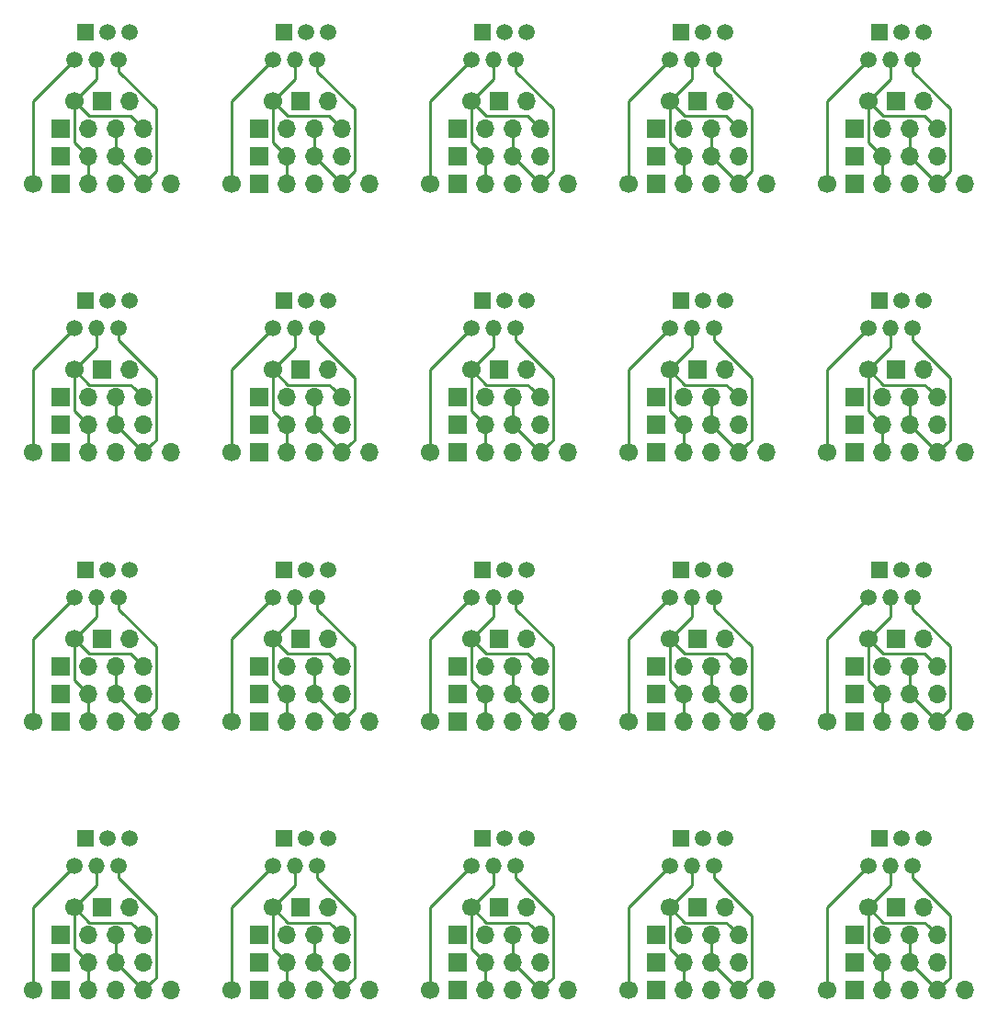
<source format=gbl>
G04 #@! TF.GenerationSoftware,KiCad,Pcbnew,5.1.5+dfsg1-2build2*
G04 #@! TF.CreationDate,2020-09-11T16:25:33-03:00*
G04 #@! TF.ProjectId,panel1,70616e65-6c31-42e6-9b69-6361645f7063,rev?*
G04 #@! TF.SameCoordinates,Original*
G04 #@! TF.FileFunction,Copper,L2,Bot*
G04 #@! TF.FilePolarity,Positive*
%FSLAX46Y46*%
G04 Gerber Fmt 4.6, Leading zero omitted, Abs format (unit mm)*
G04 Created by KiCad (PCBNEW 5.1.5+dfsg1-2build2) date 2020-09-11 16:25:33*
%MOMM*%
%LPD*%
G04 APERTURE LIST*
%ADD10C,1.520000*%
%ADD11O,1.520000X1.520000*%
%ADD12R,1.520000X1.520000*%
%ADD13O,1.700000X1.700000*%
%ADD14R,1.700000X1.700000*%
%ADD15C,1.700000*%
%ADD16C,0.250000*%
G04 APERTURE END LIST*
D10*
X148737000Y-106045000D03*
X147717000Y-108585000D03*
X146697000Y-106045000D03*
D11*
X145677000Y-108585000D03*
D12*
X144657000Y-106045000D03*
D10*
X143637000Y-108585000D03*
D13*
X149987000Y-114935000D03*
X147447000Y-114935000D03*
X144907000Y-114935000D03*
D14*
X142367000Y-114935000D03*
D13*
X149987000Y-65405000D03*
X147447000Y-65405000D03*
X144907000Y-65405000D03*
D14*
X142367000Y-65405000D03*
D15*
X143637000Y-87630000D03*
D14*
X146177000Y-87630000D03*
D13*
X148717000Y-87630000D03*
X149987000Y-67945000D03*
X147447000Y-67945000D03*
X144907000Y-67945000D03*
D14*
X142367000Y-67945000D03*
D15*
X139827000Y-144780000D03*
D14*
X142367000Y-144780000D03*
D13*
X144907000Y-144780000D03*
X147447000Y-144780000D03*
X149987000Y-144780000D03*
X152527000Y-144780000D03*
X149987000Y-117475000D03*
X147447000Y-117475000D03*
X144907000Y-117475000D03*
D14*
X142367000Y-117475000D03*
D10*
X143637000Y-133350000D03*
D12*
X144657000Y-130810000D03*
D11*
X145677000Y-133350000D03*
D10*
X146697000Y-130810000D03*
X147717000Y-133350000D03*
X148737000Y-130810000D03*
D15*
X139827000Y-95250000D03*
D14*
X142367000Y-95250000D03*
D13*
X144907000Y-95250000D03*
X147447000Y-95250000D03*
X149987000Y-95250000D03*
X152527000Y-95250000D03*
D10*
X143637000Y-83820000D03*
D12*
X144657000Y-81280000D03*
D11*
X145677000Y-83820000D03*
D10*
X146697000Y-81280000D03*
X147717000Y-83820000D03*
X148737000Y-81280000D03*
D13*
X152527000Y-120015000D03*
X149987000Y-120015000D03*
X147447000Y-120015000D03*
X144907000Y-120015000D03*
D14*
X142367000Y-120015000D03*
D15*
X139827000Y-120015000D03*
D14*
X142367000Y-139700000D03*
D13*
X144907000Y-139700000D03*
X147447000Y-139700000D03*
X149987000Y-139700000D03*
D15*
X143637000Y-137160000D03*
D14*
X146177000Y-137160000D03*
D13*
X148717000Y-137160000D03*
D14*
X142367000Y-142240000D03*
D13*
X144907000Y-142240000D03*
X147447000Y-142240000D03*
X149987000Y-142240000D03*
X148717000Y-112395000D03*
D14*
X146177000Y-112395000D03*
D15*
X143637000Y-112395000D03*
D14*
X142367000Y-92710000D03*
D13*
X144907000Y-92710000D03*
X147447000Y-92710000D03*
X149987000Y-92710000D03*
X152527000Y-70485000D03*
X149987000Y-70485000D03*
X147447000Y-70485000D03*
X144907000Y-70485000D03*
D14*
X142367000Y-70485000D03*
D15*
X139827000Y-70485000D03*
D10*
X148737000Y-56515000D03*
X147717000Y-59055000D03*
X146697000Y-56515000D03*
D11*
X145677000Y-59055000D03*
D12*
X144657000Y-56515000D03*
D10*
X143637000Y-59055000D03*
D14*
X142367000Y-90170000D03*
D13*
X144907000Y-90170000D03*
X147447000Y-90170000D03*
X149987000Y-90170000D03*
X148717000Y-62865000D03*
D14*
X146177000Y-62865000D03*
D15*
X143637000Y-62865000D03*
D14*
X124079000Y-114935000D03*
D13*
X126619000Y-114935000D03*
X129159000Y-114935000D03*
X131699000Y-114935000D03*
X130429000Y-137160000D03*
D14*
X127889000Y-137160000D03*
D15*
X125349000Y-137160000D03*
D14*
X124079000Y-67945000D03*
D13*
X126619000Y-67945000D03*
X129159000Y-67945000D03*
X131699000Y-67945000D03*
D15*
X125349000Y-62865000D03*
D14*
X127889000Y-62865000D03*
D13*
X130429000Y-62865000D03*
X131699000Y-142240000D03*
X129159000Y-142240000D03*
X126619000Y-142240000D03*
D14*
X124079000Y-142240000D03*
D10*
X130449000Y-130810000D03*
X129429000Y-133350000D03*
X128409000Y-130810000D03*
D11*
X127389000Y-133350000D03*
D12*
X126369000Y-130810000D03*
D10*
X125349000Y-133350000D03*
D13*
X131699000Y-90170000D03*
X129159000Y-90170000D03*
X126619000Y-90170000D03*
D14*
X124079000Y-90170000D03*
X124079000Y-117475000D03*
D13*
X126619000Y-117475000D03*
X129159000Y-117475000D03*
X131699000Y-117475000D03*
D15*
X121539000Y-70485000D03*
D14*
X124079000Y-70485000D03*
D13*
X126619000Y-70485000D03*
X129159000Y-70485000D03*
X131699000Y-70485000D03*
X134239000Y-70485000D03*
D15*
X121539000Y-120015000D03*
D14*
X124079000Y-120015000D03*
D13*
X126619000Y-120015000D03*
X129159000Y-120015000D03*
X131699000Y-120015000D03*
X134239000Y-120015000D03*
D10*
X125349000Y-59055000D03*
D12*
X126369000Y-56515000D03*
D11*
X127389000Y-59055000D03*
D10*
X128409000Y-56515000D03*
X129429000Y-59055000D03*
X130449000Y-56515000D03*
D13*
X131699000Y-139700000D03*
X129159000Y-139700000D03*
X126619000Y-139700000D03*
D14*
X124079000Y-139700000D03*
D10*
X130449000Y-81280000D03*
X129429000Y-83820000D03*
X128409000Y-81280000D03*
D11*
X127389000Y-83820000D03*
D12*
X126369000Y-81280000D03*
D10*
X125349000Y-83820000D03*
X125349000Y-108585000D03*
D12*
X126369000Y-106045000D03*
D11*
X127389000Y-108585000D03*
D10*
X128409000Y-106045000D03*
X129429000Y-108585000D03*
X130449000Y-106045000D03*
D13*
X134239000Y-95250000D03*
X131699000Y-95250000D03*
X129159000Y-95250000D03*
X126619000Y-95250000D03*
D14*
X124079000Y-95250000D03*
D15*
X121539000Y-95250000D03*
D13*
X130429000Y-87630000D03*
D14*
X127889000Y-87630000D03*
D15*
X125349000Y-87630000D03*
D13*
X134239000Y-144780000D03*
X131699000Y-144780000D03*
X129159000Y-144780000D03*
X126619000Y-144780000D03*
D14*
X124079000Y-144780000D03*
D15*
X121539000Y-144780000D03*
D13*
X131699000Y-92710000D03*
X129159000Y-92710000D03*
X126619000Y-92710000D03*
D14*
X124079000Y-92710000D03*
D15*
X125349000Y-112395000D03*
D14*
X127889000Y-112395000D03*
D13*
X130429000Y-112395000D03*
D14*
X124079000Y-65405000D03*
D13*
X126619000Y-65405000D03*
X129159000Y-65405000D03*
X131699000Y-65405000D03*
D14*
X105791000Y-139700000D03*
D13*
X108331000Y-139700000D03*
X110871000Y-139700000D03*
X113411000Y-139700000D03*
X113411000Y-67945000D03*
X110871000Y-67945000D03*
X108331000Y-67945000D03*
D14*
X105791000Y-67945000D03*
D13*
X112141000Y-62865000D03*
D14*
X109601000Y-62865000D03*
D15*
X107061000Y-62865000D03*
D10*
X112161000Y-106045000D03*
X111141000Y-108585000D03*
X110121000Y-106045000D03*
D11*
X109101000Y-108585000D03*
D12*
X108081000Y-106045000D03*
D10*
X107061000Y-108585000D03*
D13*
X113411000Y-117475000D03*
X110871000Y-117475000D03*
X108331000Y-117475000D03*
D14*
X105791000Y-117475000D03*
D10*
X107061000Y-83820000D03*
D12*
X108081000Y-81280000D03*
D11*
X109101000Y-83820000D03*
D10*
X110121000Y-81280000D03*
X111141000Y-83820000D03*
X112161000Y-81280000D03*
D15*
X107061000Y-87630000D03*
D14*
X109601000Y-87630000D03*
D13*
X112141000Y-87630000D03*
D14*
X105791000Y-92710000D03*
D13*
X108331000Y-92710000D03*
X110871000Y-92710000D03*
X113411000Y-92710000D03*
D14*
X105791000Y-142240000D03*
D13*
X108331000Y-142240000D03*
X110871000Y-142240000D03*
X113411000Y-142240000D03*
D10*
X112161000Y-56515000D03*
X111141000Y-59055000D03*
X110121000Y-56515000D03*
D11*
X109101000Y-59055000D03*
D12*
X108081000Y-56515000D03*
D10*
X107061000Y-59055000D03*
D13*
X115951000Y-70485000D03*
X113411000Y-70485000D03*
X110871000Y-70485000D03*
X108331000Y-70485000D03*
D14*
X105791000Y-70485000D03*
D15*
X103251000Y-70485000D03*
X103251000Y-95250000D03*
D14*
X105791000Y-95250000D03*
D13*
X108331000Y-95250000D03*
X110871000Y-95250000D03*
X113411000Y-95250000D03*
X115951000Y-95250000D03*
D14*
X105791000Y-90170000D03*
D13*
X108331000Y-90170000D03*
X110871000Y-90170000D03*
X113411000Y-90170000D03*
D10*
X107061000Y-133350000D03*
D12*
X108081000Y-130810000D03*
D11*
X109101000Y-133350000D03*
D10*
X110121000Y-130810000D03*
X111141000Y-133350000D03*
X112161000Y-130810000D03*
D13*
X115951000Y-120015000D03*
X113411000Y-120015000D03*
X110871000Y-120015000D03*
X108331000Y-120015000D03*
D14*
X105791000Y-120015000D03*
D15*
X103251000Y-120015000D03*
D13*
X112141000Y-112395000D03*
D14*
X109601000Y-112395000D03*
D15*
X107061000Y-112395000D03*
D13*
X113411000Y-114935000D03*
X110871000Y-114935000D03*
X108331000Y-114935000D03*
D14*
X105791000Y-114935000D03*
D15*
X107061000Y-137160000D03*
D14*
X109601000Y-137160000D03*
D13*
X112141000Y-137160000D03*
X113411000Y-65405000D03*
X110871000Y-65405000D03*
X108331000Y-65405000D03*
D14*
X105791000Y-65405000D03*
D15*
X103251000Y-144780000D03*
D14*
X105791000Y-144780000D03*
D13*
X108331000Y-144780000D03*
X110871000Y-144780000D03*
X113411000Y-144780000D03*
X115951000Y-144780000D03*
D15*
X88773000Y-62865000D03*
D14*
X91313000Y-62865000D03*
D13*
X93853000Y-62865000D03*
X93853000Y-137160000D03*
D14*
X91313000Y-137160000D03*
D15*
X88773000Y-137160000D03*
D14*
X87503000Y-117475000D03*
D13*
X90043000Y-117475000D03*
X92583000Y-117475000D03*
X95123000Y-117475000D03*
X95123000Y-142240000D03*
X92583000Y-142240000D03*
X90043000Y-142240000D03*
D14*
X87503000Y-142240000D03*
D13*
X97663000Y-95250000D03*
X95123000Y-95250000D03*
X92583000Y-95250000D03*
X90043000Y-95250000D03*
D14*
X87503000Y-95250000D03*
D15*
X84963000Y-95250000D03*
D13*
X95123000Y-92710000D03*
X92583000Y-92710000D03*
X90043000Y-92710000D03*
D14*
X87503000Y-92710000D03*
D10*
X88773000Y-108585000D03*
D12*
X89793000Y-106045000D03*
D11*
X90813000Y-108585000D03*
D10*
X91833000Y-106045000D03*
X92853000Y-108585000D03*
X93873000Y-106045000D03*
X88773000Y-59055000D03*
D12*
X89793000Y-56515000D03*
D11*
X90813000Y-59055000D03*
D10*
X91833000Y-56515000D03*
X92853000Y-59055000D03*
X93873000Y-56515000D03*
X93873000Y-130810000D03*
X92853000Y-133350000D03*
X91833000Y-130810000D03*
D11*
X90813000Y-133350000D03*
D12*
X89793000Y-130810000D03*
D10*
X88773000Y-133350000D03*
D15*
X84963000Y-70485000D03*
D14*
X87503000Y-70485000D03*
D13*
X90043000Y-70485000D03*
X92583000Y-70485000D03*
X95123000Y-70485000D03*
X97663000Y-70485000D03*
D14*
X87503000Y-67945000D03*
D13*
X90043000Y-67945000D03*
X92583000Y-67945000D03*
X95123000Y-67945000D03*
X95123000Y-139700000D03*
X92583000Y-139700000D03*
X90043000Y-139700000D03*
D14*
X87503000Y-139700000D03*
X87503000Y-114935000D03*
D13*
X90043000Y-114935000D03*
X92583000Y-114935000D03*
X95123000Y-114935000D03*
X97663000Y-144780000D03*
X95123000Y-144780000D03*
X92583000Y-144780000D03*
X90043000Y-144780000D03*
D14*
X87503000Y-144780000D03*
D15*
X84963000Y-144780000D03*
D14*
X87503000Y-65405000D03*
D13*
X90043000Y-65405000D03*
X92583000Y-65405000D03*
X95123000Y-65405000D03*
X95123000Y-90170000D03*
X92583000Y-90170000D03*
X90043000Y-90170000D03*
D14*
X87503000Y-90170000D03*
D15*
X84963000Y-120015000D03*
D14*
X87503000Y-120015000D03*
D13*
X90043000Y-120015000D03*
X92583000Y-120015000D03*
X95123000Y-120015000D03*
X97663000Y-120015000D03*
D10*
X93873000Y-81280000D03*
X92853000Y-83820000D03*
X91833000Y-81280000D03*
D11*
X90813000Y-83820000D03*
D12*
X89793000Y-81280000D03*
D10*
X88773000Y-83820000D03*
D13*
X93853000Y-87630000D03*
D14*
X91313000Y-87630000D03*
D15*
X88773000Y-87630000D03*
X88773000Y-112395000D03*
D14*
X91313000Y-112395000D03*
D13*
X93853000Y-112395000D03*
D14*
X69215000Y-139700000D03*
D13*
X71755000Y-139700000D03*
X74295000Y-139700000D03*
X76835000Y-139700000D03*
D15*
X70485000Y-137160000D03*
D14*
X73025000Y-137160000D03*
D13*
X75565000Y-137160000D03*
D14*
X69215000Y-142240000D03*
D13*
X71755000Y-142240000D03*
X74295000Y-142240000D03*
X76835000Y-142240000D03*
D10*
X70485000Y-133350000D03*
D12*
X71505000Y-130810000D03*
D11*
X72525000Y-133350000D03*
D10*
X73545000Y-130810000D03*
X74565000Y-133350000D03*
X75585000Y-130810000D03*
D15*
X66675000Y-144780000D03*
D14*
X69215000Y-144780000D03*
D13*
X71755000Y-144780000D03*
X74295000Y-144780000D03*
X76835000Y-144780000D03*
X79375000Y-144780000D03*
X76835000Y-117475000D03*
X74295000Y-117475000D03*
X71755000Y-117475000D03*
D14*
X69215000Y-117475000D03*
D13*
X79375000Y-120015000D03*
X76835000Y-120015000D03*
X74295000Y-120015000D03*
X71755000Y-120015000D03*
D14*
X69215000Y-120015000D03*
D15*
X66675000Y-120015000D03*
D13*
X75565000Y-112395000D03*
D14*
X73025000Y-112395000D03*
D15*
X70485000Y-112395000D03*
D13*
X76835000Y-114935000D03*
X74295000Y-114935000D03*
X71755000Y-114935000D03*
D14*
X69215000Y-114935000D03*
D10*
X75585000Y-106045000D03*
X74565000Y-108585000D03*
X73545000Y-106045000D03*
D11*
X72525000Y-108585000D03*
D12*
X71505000Y-106045000D03*
D10*
X70485000Y-108585000D03*
D15*
X66675000Y-95250000D03*
D14*
X69215000Y-95250000D03*
D13*
X71755000Y-95250000D03*
X74295000Y-95250000D03*
X76835000Y-95250000D03*
X79375000Y-95250000D03*
D10*
X70485000Y-83820000D03*
D12*
X71505000Y-81280000D03*
D11*
X72525000Y-83820000D03*
D10*
X73545000Y-81280000D03*
X74565000Y-83820000D03*
X75585000Y-81280000D03*
D14*
X69215000Y-90170000D03*
D13*
X71755000Y-90170000D03*
X74295000Y-90170000D03*
X76835000Y-90170000D03*
D14*
X69215000Y-92710000D03*
D13*
X71755000Y-92710000D03*
X74295000Y-92710000D03*
X76835000Y-92710000D03*
D15*
X70485000Y-87630000D03*
D14*
X73025000Y-87630000D03*
D13*
X75565000Y-87630000D03*
X79375000Y-70485000D03*
X76835000Y-70485000D03*
X74295000Y-70485000D03*
X71755000Y-70485000D03*
D14*
X69215000Y-70485000D03*
D15*
X66675000Y-70485000D03*
D10*
X75585000Y-56515000D03*
X74565000Y-59055000D03*
X73545000Y-56515000D03*
D11*
X72525000Y-59055000D03*
D12*
X71505000Y-56515000D03*
D10*
X70485000Y-59055000D03*
D13*
X76835000Y-67945000D03*
X74295000Y-67945000D03*
X71755000Y-67945000D03*
D14*
X69215000Y-67945000D03*
D13*
X76835000Y-65405000D03*
X74295000Y-65405000D03*
X71755000Y-65405000D03*
D14*
X69215000Y-65405000D03*
D13*
X75565000Y-62865000D03*
D14*
X73025000Y-62865000D03*
D15*
X70485000Y-62865000D03*
D16*
X72525000Y-60825000D02*
X70485000Y-62865000D01*
X72525000Y-59055000D02*
X72525000Y-60825000D01*
X75985001Y-64555001D02*
X76835000Y-65405000D01*
X75659999Y-64229999D02*
X75985001Y-64555001D01*
X71849999Y-64229999D02*
X75659999Y-64229999D01*
X70485000Y-62865000D02*
X71849999Y-64229999D01*
X70485000Y-66675000D02*
X71755000Y-67945000D01*
X70485000Y-62865000D02*
X70485000Y-66675000D01*
X71755000Y-67945000D02*
X71755000Y-70485000D01*
X75985001Y-89320001D02*
X76835000Y-90170000D01*
X72525000Y-85590000D02*
X70485000Y-87630000D01*
X71849999Y-88994999D02*
X75659999Y-88994999D01*
X72525000Y-83820000D02*
X72525000Y-85590000D01*
X71755000Y-92710000D02*
X71755000Y-95250000D01*
X70485000Y-87630000D02*
X70485000Y-91440000D01*
X70485000Y-91440000D02*
X71755000Y-92710000D01*
X70485000Y-87630000D02*
X71849999Y-88994999D01*
X75659999Y-88994999D02*
X75985001Y-89320001D01*
X72525000Y-108585000D02*
X72525000Y-110355000D01*
X71849999Y-113759999D02*
X75659999Y-113759999D01*
X72525000Y-110355000D02*
X70485000Y-112395000D01*
X75659999Y-113759999D02*
X75985001Y-114085001D01*
X70485000Y-112395000D02*
X71849999Y-113759999D01*
X70485000Y-112395000D02*
X70485000Y-116205000D01*
X71755000Y-117475000D02*
X71755000Y-120015000D01*
X70485000Y-116205000D02*
X71755000Y-117475000D01*
X75985001Y-114085001D02*
X76835000Y-114935000D01*
X71849999Y-138524999D02*
X75659999Y-138524999D01*
X72525000Y-135120000D02*
X70485000Y-137160000D01*
X75659999Y-138524999D02*
X75985001Y-138850001D01*
X71755000Y-142240000D02*
X71755000Y-144780000D01*
X70485000Y-140970000D02*
X71755000Y-142240000D01*
X72525000Y-133350000D02*
X72525000Y-135120000D01*
X75985001Y-138850001D02*
X76835000Y-139700000D01*
X70485000Y-137160000D02*
X70485000Y-140970000D01*
X70485000Y-137160000D02*
X71849999Y-138524999D01*
X93947999Y-113759999D02*
X94273001Y-114085001D01*
X88773000Y-112395000D02*
X90137999Y-113759999D01*
X88773000Y-112395000D02*
X88773000Y-116205000D01*
X94273001Y-138850001D02*
X95123000Y-139700000D01*
X88773000Y-137160000D02*
X88773000Y-140970000D01*
X90813000Y-110355000D02*
X88773000Y-112395000D01*
X90137999Y-64229999D02*
X93947999Y-64229999D01*
X88773000Y-62865000D02*
X90137999Y-64229999D01*
X94273001Y-89320001D02*
X95123000Y-90170000D01*
X90813000Y-85590000D02*
X88773000Y-87630000D01*
X93947999Y-138524999D02*
X94273001Y-138850001D01*
X88773000Y-66675000D02*
X90043000Y-67945000D01*
X88773000Y-62865000D02*
X88773000Y-66675000D01*
X90043000Y-67945000D02*
X90043000Y-70485000D01*
X93947999Y-88994999D02*
X94273001Y-89320001D01*
X90043000Y-142240000D02*
X90043000Y-144780000D01*
X88773000Y-140970000D02*
X90043000Y-142240000D01*
X90813000Y-108585000D02*
X90813000Y-110355000D01*
X90137999Y-113759999D02*
X93947999Y-113759999D01*
X90137999Y-88994999D02*
X93947999Y-88994999D01*
X88773000Y-91440000D02*
X90043000Y-92710000D01*
X88773000Y-87630000D02*
X90137999Y-88994999D01*
X90043000Y-117475000D02*
X90043000Y-120015000D01*
X88773000Y-116205000D02*
X90043000Y-117475000D01*
X88773000Y-137160000D02*
X90137999Y-138524999D01*
X90813000Y-60825000D02*
X88773000Y-62865000D01*
X90813000Y-59055000D02*
X90813000Y-60825000D01*
X90137999Y-138524999D02*
X93947999Y-138524999D01*
X90813000Y-135120000D02*
X88773000Y-137160000D01*
X94273001Y-64555001D02*
X95123000Y-65405000D01*
X93947999Y-64229999D02*
X94273001Y-64555001D01*
X90813000Y-83820000D02*
X90813000Y-85590000D01*
X90043000Y-92710000D02*
X90043000Y-95250000D01*
X90813000Y-133350000D02*
X90813000Y-135120000D01*
X94273001Y-114085001D02*
X95123000Y-114935000D01*
X88773000Y-87630000D02*
X88773000Y-91440000D01*
X109101000Y-108585000D02*
X109101000Y-110355000D01*
X107061000Y-116205000D02*
X108331000Y-117475000D01*
X108425999Y-88994999D02*
X112235999Y-88994999D01*
X107061000Y-62865000D02*
X107061000Y-66675000D01*
X108331000Y-117475000D02*
X108331000Y-120015000D01*
X108331000Y-67945000D02*
X108331000Y-70485000D01*
X109101000Y-133350000D02*
X109101000Y-135120000D01*
X112235999Y-64229999D02*
X112561001Y-64555001D01*
X107061000Y-91440000D02*
X108331000Y-92710000D01*
X107061000Y-66675000D02*
X108331000Y-67945000D01*
X107061000Y-87630000D02*
X108425999Y-88994999D01*
X109101000Y-59055000D02*
X109101000Y-60825000D01*
X108425999Y-138524999D02*
X112235999Y-138524999D01*
X107061000Y-112395000D02*
X108425999Y-113759999D01*
X109101000Y-135120000D02*
X107061000Y-137160000D01*
X112561001Y-138850001D02*
X113411000Y-139700000D01*
X112561001Y-89320001D02*
X113411000Y-90170000D01*
X107061000Y-137160000D02*
X107061000Y-140970000D01*
X112561001Y-114085001D02*
X113411000Y-114935000D01*
X107061000Y-137160000D02*
X108425999Y-138524999D01*
X109101000Y-85590000D02*
X107061000Y-87630000D01*
X108425999Y-64229999D02*
X112235999Y-64229999D01*
X112235999Y-138524999D02*
X112561001Y-138850001D01*
X107061000Y-87630000D02*
X107061000Y-91440000D01*
X112561001Y-64555001D02*
X113411000Y-65405000D01*
X108425999Y-113759999D02*
X112235999Y-113759999D01*
X107061000Y-62865000D02*
X108425999Y-64229999D01*
X108331000Y-92710000D02*
X108331000Y-95250000D01*
X109101000Y-110355000D02*
X107061000Y-112395000D01*
X108331000Y-142240000D02*
X108331000Y-144780000D01*
X109101000Y-83820000D02*
X109101000Y-85590000D01*
X112235999Y-113759999D02*
X112561001Y-114085001D01*
X107061000Y-140970000D02*
X108331000Y-142240000D01*
X109101000Y-60825000D02*
X107061000Y-62865000D01*
X112235999Y-88994999D02*
X112561001Y-89320001D01*
X107061000Y-112395000D02*
X107061000Y-116205000D01*
X130523999Y-138524999D02*
X130849001Y-138850001D01*
X125349000Y-116205000D02*
X126619000Y-117475000D01*
X126713999Y-113759999D02*
X130523999Y-113759999D01*
X125349000Y-140970000D02*
X126619000Y-142240000D01*
X127389000Y-133350000D02*
X127389000Y-135120000D01*
X127389000Y-85590000D02*
X125349000Y-87630000D01*
X126619000Y-142240000D02*
X126619000Y-144780000D01*
X126619000Y-67945000D02*
X126619000Y-70485000D01*
X125349000Y-137160000D02*
X125349000Y-140970000D01*
X127389000Y-83820000D02*
X127389000Y-85590000D01*
X126619000Y-92710000D02*
X126619000Y-95250000D01*
X130849001Y-138850001D02*
X131699000Y-139700000D01*
X130523999Y-88994999D02*
X130849001Y-89320001D01*
X126713999Y-88994999D02*
X130523999Y-88994999D01*
X130849001Y-89320001D02*
X131699000Y-90170000D01*
X127389000Y-108585000D02*
X127389000Y-110355000D01*
X125349000Y-66675000D02*
X126619000Y-67945000D01*
X125349000Y-91440000D02*
X126619000Y-92710000D01*
X125349000Y-137160000D02*
X126713999Y-138524999D01*
X126619000Y-117475000D02*
X126619000Y-120015000D01*
X130523999Y-64229999D02*
X130849001Y-64555001D01*
X127389000Y-60825000D02*
X125349000Y-62865000D01*
X125349000Y-62865000D02*
X126713999Y-64229999D01*
X126713999Y-64229999D02*
X130523999Y-64229999D01*
X130523999Y-113759999D02*
X130849001Y-114085001D01*
X127389000Y-110355000D02*
X125349000Y-112395000D01*
X125349000Y-87630000D02*
X126713999Y-88994999D01*
X125349000Y-112395000D02*
X126713999Y-113759999D01*
X130849001Y-114085001D02*
X131699000Y-114935000D01*
X125349000Y-62865000D02*
X125349000Y-66675000D01*
X127389000Y-59055000D02*
X127389000Y-60825000D01*
X125349000Y-87630000D02*
X125349000Y-91440000D01*
X127389000Y-135120000D02*
X125349000Y-137160000D01*
X130849001Y-64555001D02*
X131699000Y-65405000D01*
X125349000Y-112395000D02*
X125349000Y-116205000D01*
X126713999Y-138524999D02*
X130523999Y-138524999D01*
X143637000Y-137160000D02*
X143637000Y-140970000D01*
X143637000Y-116205000D02*
X144907000Y-117475000D01*
X143637000Y-140970000D02*
X144907000Y-142240000D01*
X143637000Y-66675000D02*
X144907000Y-67945000D01*
X143637000Y-62865000D02*
X143637000Y-66675000D01*
X148811999Y-88994999D02*
X149137001Y-89320001D01*
X145677000Y-85590000D02*
X143637000Y-87630000D01*
X148811999Y-138524999D02*
X149137001Y-138850001D01*
X149137001Y-138850001D02*
X149987000Y-139700000D01*
X149137001Y-89320001D02*
X149987000Y-90170000D01*
X145001999Y-88994999D02*
X148811999Y-88994999D01*
X145677000Y-60825000D02*
X143637000Y-62865000D01*
X143637000Y-62865000D02*
X145001999Y-64229999D01*
X145677000Y-59055000D02*
X145677000Y-60825000D01*
X143637000Y-87630000D02*
X145001999Y-88994999D01*
X145677000Y-108585000D02*
X145677000Y-110355000D01*
X148811999Y-64229999D02*
X149137001Y-64555001D01*
X145001999Y-138524999D02*
X148811999Y-138524999D01*
X143637000Y-112395000D02*
X145001999Y-113759999D01*
X145677000Y-133350000D02*
X145677000Y-135120000D01*
X143637000Y-91440000D02*
X144907000Y-92710000D01*
X149137001Y-114085001D02*
X149987000Y-114935000D01*
X143637000Y-87630000D02*
X143637000Y-91440000D01*
X145677000Y-135120000D02*
X143637000Y-137160000D01*
X144907000Y-92710000D02*
X144907000Y-95250000D01*
X144907000Y-67945000D02*
X144907000Y-70485000D01*
X143637000Y-137160000D02*
X145001999Y-138524999D01*
X145001999Y-113759999D02*
X148811999Y-113759999D01*
X148811999Y-113759999D02*
X149137001Y-114085001D01*
X145677000Y-110355000D02*
X143637000Y-112395000D01*
X145001999Y-64229999D02*
X148811999Y-64229999D01*
X144907000Y-117475000D02*
X144907000Y-120015000D01*
X149137001Y-64555001D02*
X149987000Y-65405000D01*
X144907000Y-142240000D02*
X144907000Y-144780000D01*
X143637000Y-112395000D02*
X143637000Y-116205000D01*
X145677000Y-83820000D02*
X145677000Y-85590000D01*
X74465000Y-59055000D02*
X74565000Y-59055000D01*
X77684999Y-69635001D02*
X76835000Y-70485000D01*
X78010001Y-63574803D02*
X78010001Y-69309999D01*
X74565000Y-60129802D02*
X78010001Y-63574803D01*
X78010001Y-69309999D02*
X77684999Y-69635001D01*
X74565000Y-59055000D02*
X74565000Y-60129802D01*
X76835000Y-70485000D02*
X74295000Y-67945000D01*
X74295000Y-67945000D02*
X74295000Y-65405000D01*
X74565000Y-83820000D02*
X74565000Y-84894802D01*
X74565000Y-84894802D02*
X78010001Y-88339803D01*
X74295000Y-92710000D02*
X74295000Y-90170000D01*
X74465000Y-83820000D02*
X74565000Y-83820000D01*
X78010001Y-94074999D02*
X77684999Y-94400001D01*
X78010001Y-88339803D02*
X78010001Y-94074999D01*
X76835000Y-95250000D02*
X74295000Y-92710000D01*
X77684999Y-94400001D02*
X76835000Y-95250000D01*
X74295000Y-117475000D02*
X74295000Y-114935000D01*
X77684999Y-119165001D02*
X76835000Y-120015000D01*
X76835000Y-120015000D02*
X74295000Y-117475000D01*
X74565000Y-109659802D02*
X78010001Y-113104803D01*
X74465000Y-108585000D02*
X74565000Y-108585000D01*
X78010001Y-113104803D02*
X78010001Y-118839999D01*
X78010001Y-118839999D02*
X77684999Y-119165001D01*
X74565000Y-108585000D02*
X74565000Y-109659802D01*
X76835000Y-144780000D02*
X74295000Y-142240000D01*
X77684999Y-143930001D02*
X76835000Y-144780000D01*
X74565000Y-133350000D02*
X74565000Y-134424802D01*
X74565000Y-134424802D02*
X78010001Y-137869803D01*
X74465000Y-133350000D02*
X74565000Y-133350000D01*
X78010001Y-143604999D02*
X77684999Y-143930001D01*
X74295000Y-142240000D02*
X74295000Y-139700000D01*
X78010001Y-137869803D02*
X78010001Y-143604999D01*
X92853000Y-60129802D02*
X96298001Y-63574803D01*
X95972999Y-143930001D02*
X95123000Y-144780000D01*
X92853000Y-133350000D02*
X92853000Y-134424802D01*
X92853000Y-134424802D02*
X96298001Y-137869803D01*
X96298001Y-137869803D02*
X96298001Y-143604999D01*
X92583000Y-67945000D02*
X92583000Y-65405000D01*
X92853000Y-83820000D02*
X92853000Y-84894802D01*
X95123000Y-120015000D02*
X92583000Y-117475000D01*
X92853000Y-109659802D02*
X96298001Y-113104803D01*
X92753000Y-108585000D02*
X92853000Y-108585000D01*
X95972999Y-94400001D02*
X95123000Y-95250000D01*
X92583000Y-117475000D02*
X92583000Y-114935000D01*
X95972999Y-119165001D02*
X95123000Y-120015000D01*
X96298001Y-113104803D02*
X96298001Y-118839999D01*
X96298001Y-69309999D02*
X95972999Y-69635001D01*
X92853000Y-59055000D02*
X92853000Y-60129802D01*
X95123000Y-70485000D02*
X92583000Y-67945000D01*
X96298001Y-94074999D02*
X95972999Y-94400001D01*
X96298001Y-88339803D02*
X96298001Y-94074999D01*
X95123000Y-95250000D02*
X92583000Y-92710000D01*
X92753000Y-59055000D02*
X92853000Y-59055000D01*
X95972999Y-69635001D02*
X95123000Y-70485000D01*
X96298001Y-63574803D02*
X96298001Y-69309999D01*
X96298001Y-118839999D02*
X95972999Y-119165001D01*
X92853000Y-108585000D02*
X92853000Y-109659802D01*
X95123000Y-144780000D02*
X92583000Y-142240000D01*
X92853000Y-84894802D02*
X96298001Y-88339803D01*
X92583000Y-92710000D02*
X92583000Y-90170000D01*
X92753000Y-83820000D02*
X92853000Y-83820000D01*
X92753000Y-133350000D02*
X92853000Y-133350000D01*
X96298001Y-143604999D02*
X95972999Y-143930001D01*
X92583000Y-142240000D02*
X92583000Y-139700000D01*
X114586001Y-118839999D02*
X114260999Y-119165001D01*
X110871000Y-92710000D02*
X110871000Y-90170000D01*
X111041000Y-133350000D02*
X111141000Y-133350000D01*
X110871000Y-117475000D02*
X110871000Y-114935000D01*
X110871000Y-142240000D02*
X110871000Y-139700000D01*
X114260999Y-143930001D02*
X113411000Y-144780000D01*
X111041000Y-108585000D02*
X111141000Y-108585000D01*
X111141000Y-109659802D02*
X114586001Y-113104803D01*
X114586001Y-88339803D02*
X114586001Y-94074999D01*
X114586001Y-94074999D02*
X114260999Y-94400001D01*
X111141000Y-108585000D02*
X111141000Y-109659802D01*
X113411000Y-144780000D02*
X110871000Y-142240000D01*
X114586001Y-113104803D02*
X114586001Y-118839999D01*
X111141000Y-60129802D02*
X114586001Y-63574803D01*
X113411000Y-70485000D02*
X110871000Y-67945000D01*
X114260999Y-94400001D02*
X113411000Y-95250000D01*
X111141000Y-83820000D02*
X111141000Y-84894802D01*
X111141000Y-133350000D02*
X111141000Y-134424802D01*
X114586001Y-143604999D02*
X114260999Y-143930001D01*
X111141000Y-84894802D02*
X114586001Y-88339803D01*
X114260999Y-119165001D02*
X113411000Y-120015000D01*
X113411000Y-95250000D02*
X110871000Y-92710000D01*
X114260999Y-69635001D02*
X113411000Y-70485000D01*
X114586001Y-69309999D02*
X114260999Y-69635001D01*
X114586001Y-137869803D02*
X114586001Y-143604999D01*
X111041000Y-83820000D02*
X111141000Y-83820000D01*
X111141000Y-59055000D02*
X111141000Y-60129802D01*
X113411000Y-120015000D02*
X110871000Y-117475000D01*
X114586001Y-63574803D02*
X114586001Y-69309999D01*
X110871000Y-67945000D02*
X110871000Y-65405000D01*
X111141000Y-134424802D02*
X114586001Y-137869803D01*
X111041000Y-59055000D02*
X111141000Y-59055000D01*
X129429000Y-60129802D02*
X132874001Y-63574803D01*
X132874001Y-118839999D02*
X132548999Y-119165001D01*
X129429000Y-83820000D02*
X129429000Y-84894802D01*
X129329000Y-59055000D02*
X129429000Y-59055000D01*
X129429000Y-59055000D02*
X129429000Y-60129802D01*
X129429000Y-133350000D02*
X129429000Y-134424802D01*
X132874001Y-137869803D02*
X132874001Y-143604999D01*
X132874001Y-143604999D02*
X132548999Y-143930001D01*
X131699000Y-120015000D02*
X129159000Y-117475000D01*
X129429000Y-109659802D02*
X132874001Y-113104803D01*
X131699000Y-144780000D02*
X129159000Y-142240000D01*
X132548999Y-119165001D02*
X131699000Y-120015000D01*
X131699000Y-95250000D02*
X129159000Y-92710000D01*
X132548999Y-69635001D02*
X131699000Y-70485000D01*
X129429000Y-134424802D02*
X132874001Y-137869803D01*
X132874001Y-94074999D02*
X132548999Y-94400001D01*
X131699000Y-70485000D02*
X129159000Y-67945000D01*
X129159000Y-117475000D02*
X129159000Y-114935000D01*
X132874001Y-88339803D02*
X132874001Y-94074999D01*
X132548999Y-143930001D02*
X131699000Y-144780000D01*
X132874001Y-69309999D02*
X132548999Y-69635001D01*
X129329000Y-83820000D02*
X129429000Y-83820000D01*
X129329000Y-133350000D02*
X129429000Y-133350000D01*
X132874001Y-63574803D02*
X132874001Y-69309999D01*
X129429000Y-84894802D02*
X132874001Y-88339803D01*
X129429000Y-108585000D02*
X129429000Y-109659802D01*
X132548999Y-94400001D02*
X131699000Y-95250000D01*
X129159000Y-67945000D02*
X129159000Y-65405000D01*
X129159000Y-92710000D02*
X129159000Y-90170000D01*
X129159000Y-142240000D02*
X129159000Y-139700000D01*
X132874001Y-113104803D02*
X132874001Y-118839999D01*
X129329000Y-108585000D02*
X129429000Y-108585000D01*
X151162001Y-88339803D02*
X151162001Y-94074999D01*
X147617000Y-83820000D02*
X147717000Y-83820000D01*
X147717000Y-83820000D02*
X147717000Y-84894802D01*
X151162001Y-94074999D02*
X150836999Y-94400001D01*
X147617000Y-133350000D02*
X147717000Y-133350000D01*
X147717000Y-84894802D02*
X151162001Y-88339803D01*
X151162001Y-137869803D02*
X151162001Y-143604999D01*
X151162001Y-143604999D02*
X150836999Y-143930001D01*
X147717000Y-109659802D02*
X151162001Y-113104803D01*
X151162001Y-69309999D02*
X150836999Y-69635001D01*
X147717000Y-60129802D02*
X151162001Y-63574803D01*
X151162001Y-63574803D02*
X151162001Y-69309999D01*
X147717000Y-133350000D02*
X147717000Y-134424802D01*
X150836999Y-119165001D02*
X149987000Y-120015000D01*
X149987000Y-70485000D02*
X147447000Y-67945000D01*
X147717000Y-59055000D02*
X147717000Y-60129802D01*
X147447000Y-67945000D02*
X147447000Y-65405000D01*
X150836999Y-143930001D02*
X149987000Y-144780000D01*
X147717000Y-134424802D02*
X151162001Y-137869803D01*
X147617000Y-108585000D02*
X147717000Y-108585000D01*
X149987000Y-95250000D02*
X147447000Y-92710000D01*
X147447000Y-117475000D02*
X147447000Y-114935000D01*
X150836999Y-94400001D02*
X149987000Y-95250000D01*
X147617000Y-59055000D02*
X147717000Y-59055000D01*
X150836999Y-69635001D02*
X149987000Y-70485000D01*
X149987000Y-144780000D02*
X147447000Y-142240000D01*
X147447000Y-92710000D02*
X147447000Y-90170000D01*
X151162001Y-118839999D02*
X150836999Y-119165001D01*
X149987000Y-120015000D02*
X147447000Y-117475000D01*
X147447000Y-142240000D02*
X147447000Y-139700000D01*
X151162001Y-113104803D02*
X151162001Y-118839999D01*
X147717000Y-108585000D02*
X147717000Y-109659802D01*
X66675000Y-62865000D02*
X66675000Y-70485000D01*
X70485000Y-59055000D02*
X66675000Y-62865000D01*
X70485000Y-83820000D02*
X66675000Y-87630000D01*
X66675000Y-87630000D02*
X66675000Y-95250000D01*
X70485000Y-108585000D02*
X66675000Y-112395000D01*
X66675000Y-112395000D02*
X66675000Y-120015000D01*
X66675000Y-137160000D02*
X66675000Y-144780000D01*
X70485000Y-133350000D02*
X66675000Y-137160000D01*
X88773000Y-83820000D02*
X84963000Y-87630000D01*
X84963000Y-87630000D02*
X84963000Y-95250000D01*
X84963000Y-62865000D02*
X84963000Y-70485000D01*
X88773000Y-59055000D02*
X84963000Y-62865000D01*
X88773000Y-108585000D02*
X84963000Y-112395000D01*
X84963000Y-112395000D02*
X84963000Y-120015000D01*
X84963000Y-137160000D02*
X84963000Y-144780000D01*
X88773000Y-133350000D02*
X84963000Y-137160000D01*
X107061000Y-83820000D02*
X103251000Y-87630000D01*
X103251000Y-137160000D02*
X103251000Y-144780000D01*
X107061000Y-108585000D02*
X103251000Y-112395000D01*
X103251000Y-87630000D02*
X103251000Y-95250000D01*
X107061000Y-59055000D02*
X103251000Y-62865000D01*
X107061000Y-133350000D02*
X103251000Y-137160000D01*
X103251000Y-112395000D02*
X103251000Y-120015000D01*
X103251000Y-62865000D02*
X103251000Y-70485000D01*
X121539000Y-137160000D02*
X121539000Y-144780000D01*
X125349000Y-83820000D02*
X121539000Y-87630000D01*
X125349000Y-59055000D02*
X121539000Y-62865000D01*
X125349000Y-133350000D02*
X121539000Y-137160000D01*
X121539000Y-62865000D02*
X121539000Y-70485000D01*
X121539000Y-112395000D02*
X121539000Y-120015000D01*
X125349000Y-108585000D02*
X121539000Y-112395000D01*
X121539000Y-87630000D02*
X121539000Y-95250000D01*
X139827000Y-112395000D02*
X139827000Y-120015000D01*
X139827000Y-137160000D02*
X139827000Y-144780000D01*
X143637000Y-133350000D02*
X139827000Y-137160000D01*
X139827000Y-62865000D02*
X139827000Y-70485000D01*
X143637000Y-108585000D02*
X139827000Y-112395000D01*
X143637000Y-83820000D02*
X139827000Y-87630000D01*
X139827000Y-87630000D02*
X139827000Y-95250000D01*
X143637000Y-59055000D02*
X139827000Y-62865000D01*
M02*

</source>
